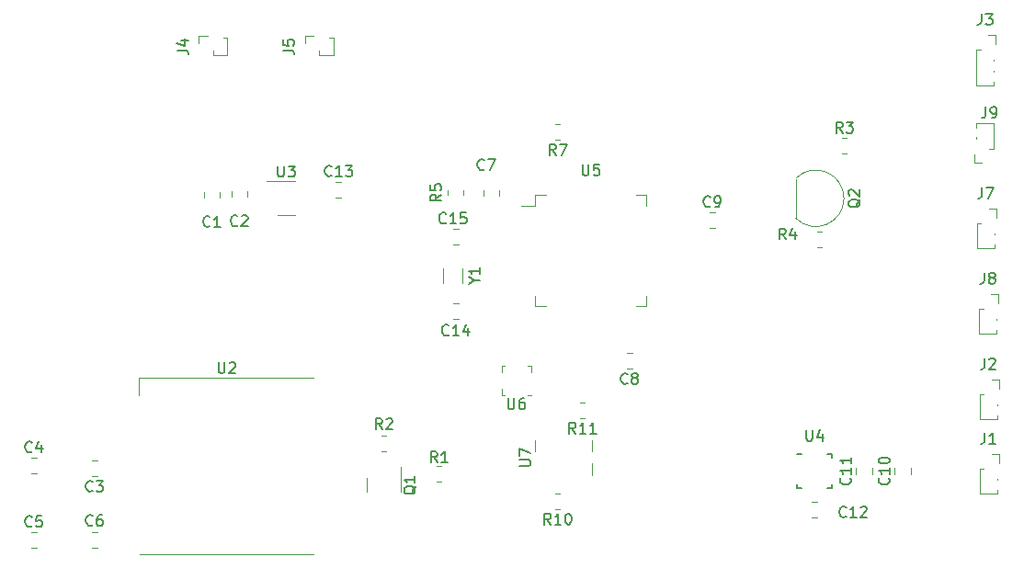
<source format=gbr>
%TF.GenerationSoftware,KiCad,Pcbnew,(6.0.9)*%
%TF.CreationDate,2023-10-13T22:04:35+03:00*%
%TF.ProjectId,ULV,554c562e-6b69-4636-9164-5f7063625858,rev?*%
%TF.SameCoordinates,Original*%
%TF.FileFunction,Legend,Top*%
%TF.FilePolarity,Positive*%
%FSLAX46Y46*%
G04 Gerber Fmt 4.6, Leading zero omitted, Abs format (unit mm)*
G04 Created by KiCad (PCBNEW (6.0.9)) date 2023-10-13 22:04:35*
%MOMM*%
%LPD*%
G01*
G04 APERTURE LIST*
%ADD10C,0.150000*%
%ADD11C,0.120000*%
G04 APERTURE END LIST*
D10*
%TO.C,J5*%
X104009380Y-75009333D02*
X104723666Y-75009333D01*
X104866523Y-75056952D01*
X104961761Y-75152190D01*
X105009380Y-75295047D01*
X105009380Y-75390285D01*
X104009380Y-74056952D02*
X104009380Y-74533142D01*
X104485571Y-74580761D01*
X104437952Y-74533142D01*
X104390333Y-74437904D01*
X104390333Y-74199809D01*
X104437952Y-74104571D01*
X104485571Y-74056952D01*
X104580809Y-74009333D01*
X104818904Y-74009333D01*
X104914142Y-74056952D01*
X104961761Y-74104571D01*
X105009380Y-74199809D01*
X105009380Y-74437904D01*
X104961761Y-74533142D01*
X104914142Y-74580761D01*
%TO.C,C13*%
X108458142Y-86525142D02*
X108410523Y-86572761D01*
X108267666Y-86620380D01*
X108172428Y-86620380D01*
X108029571Y-86572761D01*
X107934333Y-86477523D01*
X107886714Y-86382285D01*
X107839095Y-86191809D01*
X107839095Y-86048952D01*
X107886714Y-85858476D01*
X107934333Y-85763238D01*
X108029571Y-85668000D01*
X108172428Y-85620380D01*
X108267666Y-85620380D01*
X108410523Y-85668000D01*
X108458142Y-85715619D01*
X109410523Y-86620380D02*
X108839095Y-86620380D01*
X109124809Y-86620380D02*
X109124809Y-85620380D01*
X109029571Y-85763238D01*
X108934333Y-85858476D01*
X108839095Y-85906095D01*
X109743857Y-85620380D02*
X110362904Y-85620380D01*
X110029571Y-86001333D01*
X110172428Y-86001333D01*
X110267666Y-86048952D01*
X110315285Y-86096571D01*
X110362904Y-86191809D01*
X110362904Y-86429904D01*
X110315285Y-86525142D01*
X110267666Y-86572761D01*
X110172428Y-86620380D01*
X109886714Y-86620380D01*
X109791476Y-86572761D01*
X109743857Y-86525142D01*
%TO.C,C1*%
X97250333Y-91192142D02*
X97202714Y-91239761D01*
X97059857Y-91287380D01*
X96964619Y-91287380D01*
X96821761Y-91239761D01*
X96726523Y-91144523D01*
X96678904Y-91049285D01*
X96631285Y-90858809D01*
X96631285Y-90715952D01*
X96678904Y-90525476D01*
X96726523Y-90430238D01*
X96821761Y-90335000D01*
X96964619Y-90287380D01*
X97059857Y-90287380D01*
X97202714Y-90335000D01*
X97250333Y-90382619D01*
X98202714Y-91287380D02*
X97631285Y-91287380D01*
X97917000Y-91287380D02*
X97917000Y-90287380D01*
X97821761Y-90430238D01*
X97726523Y-90525476D01*
X97631285Y-90573095D01*
%TO.C,C10*%
X159750142Y-114418857D02*
X159797761Y-114466476D01*
X159845380Y-114609333D01*
X159845380Y-114704571D01*
X159797761Y-114847428D01*
X159702523Y-114942666D01*
X159607285Y-114990285D01*
X159416809Y-115037904D01*
X159273952Y-115037904D01*
X159083476Y-114990285D01*
X158988238Y-114942666D01*
X158893000Y-114847428D01*
X158845380Y-114704571D01*
X158845380Y-114609333D01*
X158893000Y-114466476D01*
X158940619Y-114418857D01*
X159845380Y-113466476D02*
X159845380Y-114037904D01*
X159845380Y-113752190D02*
X158845380Y-113752190D01*
X158988238Y-113847428D01*
X159083476Y-113942666D01*
X159131095Y-114037904D01*
X158845380Y-112847428D02*
X158845380Y-112752190D01*
X158893000Y-112656952D01*
X158940619Y-112609333D01*
X159035857Y-112561714D01*
X159226333Y-112514095D01*
X159464428Y-112514095D01*
X159654904Y-112561714D01*
X159750142Y-112609333D01*
X159797761Y-112656952D01*
X159845380Y-112752190D01*
X159845380Y-112847428D01*
X159797761Y-112942666D01*
X159750142Y-112990285D01*
X159654904Y-113037904D01*
X159464428Y-113085523D01*
X159226333Y-113085523D01*
X159035857Y-113037904D01*
X158940619Y-112990285D01*
X158893000Y-112942666D01*
X158845380Y-112847428D01*
%TO.C,C14*%
X119245142Y-101195142D02*
X119197523Y-101242761D01*
X119054666Y-101290380D01*
X118959428Y-101290380D01*
X118816571Y-101242761D01*
X118721333Y-101147523D01*
X118673714Y-101052285D01*
X118626095Y-100861809D01*
X118626095Y-100718952D01*
X118673714Y-100528476D01*
X118721333Y-100433238D01*
X118816571Y-100338000D01*
X118959428Y-100290380D01*
X119054666Y-100290380D01*
X119197523Y-100338000D01*
X119245142Y-100385619D01*
X120197523Y-101290380D02*
X119626095Y-101290380D01*
X119911809Y-101290380D02*
X119911809Y-100290380D01*
X119816571Y-100433238D01*
X119721333Y-100528476D01*
X119626095Y-100576095D01*
X121054666Y-100623714D02*
X121054666Y-101290380D01*
X120816571Y-100242761D02*
X120578476Y-100957047D01*
X121197523Y-100957047D01*
%TO.C,J8*%
X168576666Y-95516380D02*
X168576666Y-96230666D01*
X168529047Y-96373523D01*
X168433809Y-96468761D01*
X168290952Y-96516380D01*
X168195714Y-96516380D01*
X169195714Y-95944952D02*
X169100476Y-95897333D01*
X169052857Y-95849714D01*
X169005238Y-95754476D01*
X169005238Y-95706857D01*
X169052857Y-95611619D01*
X169100476Y-95564000D01*
X169195714Y-95516380D01*
X169386190Y-95516380D01*
X169481428Y-95564000D01*
X169529047Y-95611619D01*
X169576666Y-95706857D01*
X169576666Y-95754476D01*
X169529047Y-95849714D01*
X169481428Y-95897333D01*
X169386190Y-95944952D01*
X169195714Y-95944952D01*
X169100476Y-95992571D01*
X169052857Y-96040190D01*
X169005238Y-96135428D01*
X169005238Y-96325904D01*
X169052857Y-96421142D01*
X169100476Y-96468761D01*
X169195714Y-96516380D01*
X169386190Y-96516380D01*
X169481428Y-96468761D01*
X169529047Y-96421142D01*
X169576666Y-96325904D01*
X169576666Y-96135428D01*
X169529047Y-96040190D01*
X169481428Y-95992571D01*
X169386190Y-95944952D01*
%TO.C,J3*%
X168322666Y-71648380D02*
X168322666Y-72362666D01*
X168275047Y-72505523D01*
X168179809Y-72600761D01*
X168036952Y-72648380D01*
X167941714Y-72648380D01*
X168703619Y-71648380D02*
X169322666Y-71648380D01*
X168989333Y-72029333D01*
X169132190Y-72029333D01*
X169227428Y-72076952D01*
X169275047Y-72124571D01*
X169322666Y-72219809D01*
X169322666Y-72457904D01*
X169275047Y-72553142D01*
X169227428Y-72600761D01*
X169132190Y-72648380D01*
X168846476Y-72648380D01*
X168751238Y-72600761D01*
X168703619Y-72553142D01*
%TO.C,C11*%
X156194142Y-114418857D02*
X156241761Y-114466476D01*
X156289380Y-114609333D01*
X156289380Y-114704571D01*
X156241761Y-114847428D01*
X156146523Y-114942666D01*
X156051285Y-114990285D01*
X155860809Y-115037904D01*
X155717952Y-115037904D01*
X155527476Y-114990285D01*
X155432238Y-114942666D01*
X155337000Y-114847428D01*
X155289380Y-114704571D01*
X155289380Y-114609333D01*
X155337000Y-114466476D01*
X155384619Y-114418857D01*
X156289380Y-113466476D02*
X156289380Y-114037904D01*
X156289380Y-113752190D02*
X155289380Y-113752190D01*
X155432238Y-113847428D01*
X155527476Y-113942666D01*
X155575095Y-114037904D01*
X156289380Y-112514095D02*
X156289380Y-113085523D01*
X156289380Y-112799809D02*
X155289380Y-112799809D01*
X155432238Y-112895047D01*
X155527476Y-112990285D01*
X155575095Y-113085523D01*
%TO.C,U6*%
X124714095Y-107062380D02*
X124714095Y-107871904D01*
X124761714Y-107967142D01*
X124809333Y-108014761D01*
X124904571Y-108062380D01*
X125095047Y-108062380D01*
X125190285Y-108014761D01*
X125237904Y-107967142D01*
X125285523Y-107871904D01*
X125285523Y-107062380D01*
X126190285Y-107062380D02*
X125999809Y-107062380D01*
X125904571Y-107110000D01*
X125856952Y-107157619D01*
X125761714Y-107300476D01*
X125714095Y-107490952D01*
X125714095Y-107871904D01*
X125761714Y-107967142D01*
X125809333Y-108014761D01*
X125904571Y-108062380D01*
X126095047Y-108062380D01*
X126190285Y-108014761D01*
X126237904Y-107967142D01*
X126285523Y-107871904D01*
X126285523Y-107633809D01*
X126237904Y-107538571D01*
X126190285Y-107490952D01*
X126095047Y-107443333D01*
X125904571Y-107443333D01*
X125809333Y-107490952D01*
X125761714Y-107538571D01*
X125714095Y-107633809D01*
%TO.C,C3*%
X86447333Y-115575142D02*
X86399714Y-115622761D01*
X86256857Y-115670380D01*
X86161619Y-115670380D01*
X86018761Y-115622761D01*
X85923523Y-115527523D01*
X85875904Y-115432285D01*
X85828285Y-115241809D01*
X85828285Y-115098952D01*
X85875904Y-114908476D01*
X85923523Y-114813238D01*
X86018761Y-114718000D01*
X86161619Y-114670380D01*
X86256857Y-114670380D01*
X86399714Y-114718000D01*
X86447333Y-114765619D01*
X86780666Y-114670380D02*
X87399714Y-114670380D01*
X87066380Y-115051333D01*
X87209238Y-115051333D01*
X87304476Y-115098952D01*
X87352095Y-115146571D01*
X87399714Y-115241809D01*
X87399714Y-115479904D01*
X87352095Y-115575142D01*
X87304476Y-115622761D01*
X87209238Y-115670380D01*
X86923523Y-115670380D01*
X86828285Y-115622761D01*
X86780666Y-115575142D01*
%TO.C,U7*%
X125796380Y-113283904D02*
X126605904Y-113283904D01*
X126701142Y-113236285D01*
X126748761Y-113188666D01*
X126796380Y-113093428D01*
X126796380Y-112902952D01*
X126748761Y-112807714D01*
X126701142Y-112760095D01*
X126605904Y-112712476D01*
X125796380Y-112712476D01*
X125796380Y-112331523D02*
X125796380Y-111664857D01*
X126796380Y-112093428D01*
%TO.C,R1*%
X118197333Y-112974380D02*
X117864000Y-112498190D01*
X117625904Y-112974380D02*
X117625904Y-111974380D01*
X118006857Y-111974380D01*
X118102095Y-112022000D01*
X118149714Y-112069619D01*
X118197333Y-112164857D01*
X118197333Y-112307714D01*
X118149714Y-112402952D01*
X118102095Y-112450571D01*
X118006857Y-112498190D01*
X117625904Y-112498190D01*
X119149714Y-112974380D02*
X118578285Y-112974380D01*
X118864000Y-112974380D02*
X118864000Y-111974380D01*
X118768761Y-112117238D01*
X118673523Y-112212476D01*
X118578285Y-112260095D01*
%TO.C,C4*%
X80859333Y-111961142D02*
X80811714Y-112008761D01*
X80668857Y-112056380D01*
X80573619Y-112056380D01*
X80430761Y-112008761D01*
X80335523Y-111913523D01*
X80287904Y-111818285D01*
X80240285Y-111627809D01*
X80240285Y-111484952D01*
X80287904Y-111294476D01*
X80335523Y-111199238D01*
X80430761Y-111104000D01*
X80573619Y-111056380D01*
X80668857Y-111056380D01*
X80811714Y-111104000D01*
X80859333Y-111151619D01*
X81716476Y-111389714D02*
X81716476Y-112056380D01*
X81478380Y-111008761D02*
X81240285Y-111723047D01*
X81859333Y-111723047D01*
%TO.C,C2*%
X99790333Y-91126142D02*
X99742714Y-91173761D01*
X99599857Y-91221380D01*
X99504619Y-91221380D01*
X99361761Y-91173761D01*
X99266523Y-91078523D01*
X99218904Y-90983285D01*
X99171285Y-90792809D01*
X99171285Y-90649952D01*
X99218904Y-90459476D01*
X99266523Y-90364238D01*
X99361761Y-90269000D01*
X99504619Y-90221380D01*
X99599857Y-90221380D01*
X99742714Y-90269000D01*
X99790333Y-90316619D01*
X100171285Y-90316619D02*
X100218904Y-90269000D01*
X100314142Y-90221380D01*
X100552238Y-90221380D01*
X100647476Y-90269000D01*
X100695095Y-90316619D01*
X100742714Y-90411857D01*
X100742714Y-90507095D01*
X100695095Y-90649952D01*
X100123666Y-91221380D01*
X100742714Y-91221380D01*
%TO.C,J2*%
X168612666Y-103390380D02*
X168612666Y-104104666D01*
X168565047Y-104247523D01*
X168469809Y-104342761D01*
X168326952Y-104390380D01*
X168231714Y-104390380D01*
X169041238Y-103485619D02*
X169088857Y-103438000D01*
X169184095Y-103390380D01*
X169422190Y-103390380D01*
X169517428Y-103438000D01*
X169565047Y-103485619D01*
X169612666Y-103580857D01*
X169612666Y-103676095D01*
X169565047Y-103818952D01*
X168993619Y-104390380D01*
X169612666Y-104390380D01*
%TO.C,R2*%
X113117333Y-109926380D02*
X112784000Y-109450190D01*
X112545904Y-109926380D02*
X112545904Y-108926380D01*
X112926857Y-108926380D01*
X113022095Y-108974000D01*
X113069714Y-109021619D01*
X113117333Y-109116857D01*
X113117333Y-109259714D01*
X113069714Y-109354952D01*
X113022095Y-109402571D01*
X112926857Y-109450190D01*
X112545904Y-109450190D01*
X113498285Y-109021619D02*
X113545904Y-108974000D01*
X113641142Y-108926380D01*
X113879238Y-108926380D01*
X113974476Y-108974000D01*
X114022095Y-109021619D01*
X114069714Y-109116857D01*
X114069714Y-109212095D01*
X114022095Y-109354952D01*
X113450666Y-109926380D01*
X114069714Y-109926380D01*
%TO.C,Q2*%
X157163619Y-88741238D02*
X157116000Y-88836476D01*
X157020761Y-88931714D01*
X156877904Y-89074571D01*
X156830285Y-89169809D01*
X156830285Y-89265047D01*
X157068380Y-89217428D02*
X157020761Y-89312666D01*
X156925523Y-89407904D01*
X156735047Y-89455523D01*
X156401714Y-89455523D01*
X156211238Y-89407904D01*
X156116000Y-89312666D01*
X156068380Y-89217428D01*
X156068380Y-89026952D01*
X156116000Y-88931714D01*
X156211238Y-88836476D01*
X156401714Y-88788857D01*
X156735047Y-88788857D01*
X156925523Y-88836476D01*
X157020761Y-88931714D01*
X157068380Y-89026952D01*
X157068380Y-89217428D01*
X156163619Y-88407904D02*
X156116000Y-88360285D01*
X156068380Y-88265047D01*
X156068380Y-88026952D01*
X156116000Y-87931714D01*
X156163619Y-87884095D01*
X156258857Y-87836476D01*
X156354095Y-87836476D01*
X156496952Y-87884095D01*
X157068380Y-88455523D01*
X157068380Y-87836476D01*
%TO.C,C15*%
X118991142Y-90879142D02*
X118943523Y-90926761D01*
X118800666Y-90974380D01*
X118705428Y-90974380D01*
X118562571Y-90926761D01*
X118467333Y-90831523D01*
X118419714Y-90736285D01*
X118372095Y-90545809D01*
X118372095Y-90402952D01*
X118419714Y-90212476D01*
X118467333Y-90117238D01*
X118562571Y-90022000D01*
X118705428Y-89974380D01*
X118800666Y-89974380D01*
X118943523Y-90022000D01*
X118991142Y-90069619D01*
X119943523Y-90974380D02*
X119372095Y-90974380D01*
X119657809Y-90974380D02*
X119657809Y-89974380D01*
X119562571Y-90117238D01*
X119467333Y-90212476D01*
X119372095Y-90260095D01*
X120848285Y-89974380D02*
X120372095Y-89974380D01*
X120324476Y-90450571D01*
X120372095Y-90402952D01*
X120467333Y-90355333D01*
X120705428Y-90355333D01*
X120800666Y-90402952D01*
X120848285Y-90450571D01*
X120895904Y-90545809D01*
X120895904Y-90783904D01*
X120848285Y-90879142D01*
X120800666Y-90926761D01*
X120705428Y-90974380D01*
X120467333Y-90974380D01*
X120372095Y-90926761D01*
X120324476Y-90879142D01*
%TO.C,J4*%
X94238380Y-75009333D02*
X94952666Y-75009333D01*
X95095523Y-75056952D01*
X95190761Y-75152190D01*
X95238380Y-75295047D01*
X95238380Y-75390285D01*
X94571714Y-74104571D02*
X95238380Y-74104571D01*
X94190761Y-74342666D02*
X94905047Y-74580761D01*
X94905047Y-73961714D01*
%TO.C,C12*%
X155858142Y-117943142D02*
X155810523Y-117990761D01*
X155667666Y-118038380D01*
X155572428Y-118038380D01*
X155429571Y-117990761D01*
X155334333Y-117895523D01*
X155286714Y-117800285D01*
X155239095Y-117609809D01*
X155239095Y-117466952D01*
X155286714Y-117276476D01*
X155334333Y-117181238D01*
X155429571Y-117086000D01*
X155572428Y-117038380D01*
X155667666Y-117038380D01*
X155810523Y-117086000D01*
X155858142Y-117133619D01*
X156810523Y-118038380D02*
X156239095Y-118038380D01*
X156524809Y-118038380D02*
X156524809Y-117038380D01*
X156429571Y-117181238D01*
X156334333Y-117276476D01*
X156239095Y-117324095D01*
X157191476Y-117133619D02*
X157239095Y-117086000D01*
X157334333Y-117038380D01*
X157572428Y-117038380D01*
X157667666Y-117086000D01*
X157715285Y-117133619D01*
X157762904Y-117228857D01*
X157762904Y-117324095D01*
X157715285Y-117466952D01*
X157143857Y-118038380D01*
X157762904Y-118038380D01*
%TO.C,R11*%
X130929142Y-110306380D02*
X130595809Y-109830190D01*
X130357714Y-110306380D02*
X130357714Y-109306380D01*
X130738666Y-109306380D01*
X130833904Y-109354000D01*
X130881523Y-109401619D01*
X130929142Y-109496857D01*
X130929142Y-109639714D01*
X130881523Y-109734952D01*
X130833904Y-109782571D01*
X130738666Y-109830190D01*
X130357714Y-109830190D01*
X131881523Y-110306380D02*
X131310095Y-110306380D01*
X131595809Y-110306380D02*
X131595809Y-109306380D01*
X131500571Y-109449238D01*
X131405333Y-109544476D01*
X131310095Y-109592095D01*
X132833904Y-110306380D02*
X132262476Y-110306380D01*
X132548190Y-110306380D02*
X132548190Y-109306380D01*
X132452952Y-109449238D01*
X132357714Y-109544476D01*
X132262476Y-109592095D01*
%TO.C,R4*%
X150299333Y-92421380D02*
X149966000Y-91945190D01*
X149727904Y-92421380D02*
X149727904Y-91421380D01*
X150108857Y-91421380D01*
X150204095Y-91469000D01*
X150251714Y-91516619D01*
X150299333Y-91611857D01*
X150299333Y-91754714D01*
X150251714Y-91849952D01*
X150204095Y-91897571D01*
X150108857Y-91945190D01*
X149727904Y-91945190D01*
X151156476Y-91754714D02*
X151156476Y-92421380D01*
X150918380Y-91373761D02*
X150680285Y-92088047D01*
X151299333Y-92088047D01*
%TO.C,C6*%
X86447333Y-118721142D02*
X86399714Y-118768761D01*
X86256857Y-118816380D01*
X86161619Y-118816380D01*
X86018761Y-118768761D01*
X85923523Y-118673523D01*
X85875904Y-118578285D01*
X85828285Y-118387809D01*
X85828285Y-118244952D01*
X85875904Y-118054476D01*
X85923523Y-117959238D01*
X86018761Y-117864000D01*
X86161619Y-117816380D01*
X86256857Y-117816380D01*
X86399714Y-117864000D01*
X86447333Y-117911619D01*
X87304476Y-117816380D02*
X87114000Y-117816380D01*
X87018761Y-117864000D01*
X86971142Y-117911619D01*
X86875904Y-118054476D01*
X86828285Y-118244952D01*
X86828285Y-118625904D01*
X86875904Y-118721142D01*
X86923523Y-118768761D01*
X87018761Y-118816380D01*
X87209238Y-118816380D01*
X87304476Y-118768761D01*
X87352095Y-118721142D01*
X87399714Y-118625904D01*
X87399714Y-118387809D01*
X87352095Y-118292571D01*
X87304476Y-118244952D01*
X87209238Y-118197333D01*
X87018761Y-118197333D01*
X86923523Y-118244952D01*
X86875904Y-118292571D01*
X86828285Y-118387809D01*
%TO.C,R3*%
X155535333Y-82622380D02*
X155202000Y-82146190D01*
X154963904Y-82622380D02*
X154963904Y-81622380D01*
X155344857Y-81622380D01*
X155440095Y-81670000D01*
X155487714Y-81717619D01*
X155535333Y-81812857D01*
X155535333Y-81955714D01*
X155487714Y-82050952D01*
X155440095Y-82098571D01*
X155344857Y-82146190D01*
X154963904Y-82146190D01*
X155868666Y-81622380D02*
X156487714Y-81622380D01*
X156154380Y-82003333D01*
X156297238Y-82003333D01*
X156392476Y-82050952D01*
X156440095Y-82098571D01*
X156487714Y-82193809D01*
X156487714Y-82431904D01*
X156440095Y-82527142D01*
X156392476Y-82574761D01*
X156297238Y-82622380D01*
X156011523Y-82622380D01*
X155916285Y-82574761D01*
X155868666Y-82527142D01*
%TO.C,R7*%
X129119333Y-84652380D02*
X128786000Y-84176190D01*
X128547904Y-84652380D02*
X128547904Y-83652380D01*
X128928857Y-83652380D01*
X129024095Y-83700000D01*
X129071714Y-83747619D01*
X129119333Y-83842857D01*
X129119333Y-83985714D01*
X129071714Y-84080952D01*
X129024095Y-84128571D01*
X128928857Y-84176190D01*
X128547904Y-84176190D01*
X129452666Y-83652380D02*
X130119333Y-83652380D01*
X129690761Y-84652380D01*
%TO.C,U4*%
X152183095Y-109978380D02*
X152183095Y-110787904D01*
X152230714Y-110883142D01*
X152278333Y-110930761D01*
X152373571Y-110978380D01*
X152564047Y-110978380D01*
X152659285Y-110930761D01*
X152706904Y-110883142D01*
X152754523Y-110787904D01*
X152754523Y-109978380D01*
X153659285Y-110311714D02*
X153659285Y-110978380D01*
X153421190Y-109930761D02*
X153183095Y-110645047D01*
X153802142Y-110645047D01*
%TO.C,C8*%
X135723333Y-105669142D02*
X135675714Y-105716761D01*
X135532857Y-105764380D01*
X135437619Y-105764380D01*
X135294761Y-105716761D01*
X135199523Y-105621523D01*
X135151904Y-105526285D01*
X135104285Y-105335809D01*
X135104285Y-105192952D01*
X135151904Y-105002476D01*
X135199523Y-104907238D01*
X135294761Y-104812000D01*
X135437619Y-104764380D01*
X135532857Y-104764380D01*
X135675714Y-104812000D01*
X135723333Y-104859619D01*
X136294761Y-105192952D02*
X136199523Y-105145333D01*
X136151904Y-105097714D01*
X136104285Y-105002476D01*
X136104285Y-104954857D01*
X136151904Y-104859619D01*
X136199523Y-104812000D01*
X136294761Y-104764380D01*
X136485238Y-104764380D01*
X136580476Y-104812000D01*
X136628095Y-104859619D01*
X136675714Y-104954857D01*
X136675714Y-105002476D01*
X136628095Y-105097714D01*
X136580476Y-105145333D01*
X136485238Y-105192952D01*
X136294761Y-105192952D01*
X136199523Y-105240571D01*
X136151904Y-105288190D01*
X136104285Y-105383428D01*
X136104285Y-105573904D01*
X136151904Y-105669142D01*
X136199523Y-105716761D01*
X136294761Y-105764380D01*
X136485238Y-105764380D01*
X136580476Y-105716761D01*
X136628095Y-105669142D01*
X136675714Y-105573904D01*
X136675714Y-105383428D01*
X136628095Y-105288190D01*
X136580476Y-105240571D01*
X136485238Y-105192952D01*
%TO.C,J7*%
X168358666Y-87642380D02*
X168358666Y-88356666D01*
X168311047Y-88499523D01*
X168215809Y-88594761D01*
X168072952Y-88642380D01*
X167977714Y-88642380D01*
X168739619Y-87642380D02*
X169406285Y-87642380D01*
X168977714Y-88642380D01*
%TO.C,Y1*%
X121610190Y-96234190D02*
X122086380Y-96234190D01*
X121086380Y-96567523D02*
X121610190Y-96234190D01*
X121086380Y-95900857D01*
X122086380Y-95043714D02*
X122086380Y-95615142D01*
X122086380Y-95329428D02*
X121086380Y-95329428D01*
X121229238Y-95424666D01*
X121324476Y-95519904D01*
X121372095Y-95615142D01*
%TO.C,R5*%
X118562380Y-88304666D02*
X118086190Y-88638000D01*
X118562380Y-88876095D02*
X117562380Y-88876095D01*
X117562380Y-88495142D01*
X117610000Y-88399904D01*
X117657619Y-88352285D01*
X117752857Y-88304666D01*
X117895714Y-88304666D01*
X117990952Y-88352285D01*
X118038571Y-88399904D01*
X118086190Y-88495142D01*
X118086190Y-88876095D01*
X117562380Y-87399904D02*
X117562380Y-87876095D01*
X118038571Y-87923714D01*
X117990952Y-87876095D01*
X117943333Y-87780857D01*
X117943333Y-87542761D01*
X117990952Y-87447523D01*
X118038571Y-87399904D01*
X118133809Y-87352285D01*
X118371904Y-87352285D01*
X118467142Y-87399904D01*
X118514761Y-87447523D01*
X118562380Y-87542761D01*
X118562380Y-87780857D01*
X118514761Y-87876095D01*
X118467142Y-87923714D01*
%TO.C,U3*%
X103513095Y-85662380D02*
X103513095Y-86471904D01*
X103560714Y-86567142D01*
X103608333Y-86614761D01*
X103703571Y-86662380D01*
X103894047Y-86662380D01*
X103989285Y-86614761D01*
X104036904Y-86567142D01*
X104084523Y-86471904D01*
X104084523Y-85662380D01*
X104465476Y-85662380D02*
X105084523Y-85662380D01*
X104751190Y-86043333D01*
X104894047Y-86043333D01*
X104989285Y-86090952D01*
X105036904Y-86138571D01*
X105084523Y-86233809D01*
X105084523Y-86471904D01*
X105036904Y-86567142D01*
X104989285Y-86614761D01*
X104894047Y-86662380D01*
X104608333Y-86662380D01*
X104513095Y-86614761D01*
X104465476Y-86567142D01*
%TO.C,C5*%
X80859333Y-118819142D02*
X80811714Y-118866761D01*
X80668857Y-118914380D01*
X80573619Y-118914380D01*
X80430761Y-118866761D01*
X80335523Y-118771523D01*
X80287904Y-118676285D01*
X80240285Y-118485809D01*
X80240285Y-118342952D01*
X80287904Y-118152476D01*
X80335523Y-118057238D01*
X80430761Y-117962000D01*
X80573619Y-117914380D01*
X80668857Y-117914380D01*
X80811714Y-117962000D01*
X80859333Y-118009619D01*
X81764095Y-117914380D02*
X81287904Y-117914380D01*
X81240285Y-118390571D01*
X81287904Y-118342952D01*
X81383142Y-118295333D01*
X81621238Y-118295333D01*
X81716476Y-118342952D01*
X81764095Y-118390571D01*
X81811714Y-118485809D01*
X81811714Y-118723904D01*
X81764095Y-118819142D01*
X81716476Y-118866761D01*
X81621238Y-118914380D01*
X81383142Y-118914380D01*
X81287904Y-118866761D01*
X81240285Y-118819142D01*
%TO.C,C7*%
X122515333Y-85955142D02*
X122467714Y-86002761D01*
X122324857Y-86050380D01*
X122229619Y-86050380D01*
X122086761Y-86002761D01*
X121991523Y-85907523D01*
X121943904Y-85812285D01*
X121896285Y-85621809D01*
X121896285Y-85478952D01*
X121943904Y-85288476D01*
X121991523Y-85193238D01*
X122086761Y-85098000D01*
X122229619Y-85050380D01*
X122324857Y-85050380D01*
X122467714Y-85098000D01*
X122515333Y-85145619D01*
X122848666Y-85050380D02*
X123515333Y-85050380D01*
X123086761Y-86050380D01*
%TO.C,R10*%
X128643142Y-118688380D02*
X128309809Y-118212190D01*
X128071714Y-118688380D02*
X128071714Y-117688380D01*
X128452666Y-117688380D01*
X128547904Y-117736000D01*
X128595523Y-117783619D01*
X128643142Y-117878857D01*
X128643142Y-118021714D01*
X128595523Y-118116952D01*
X128547904Y-118164571D01*
X128452666Y-118212190D01*
X128071714Y-118212190D01*
X129595523Y-118688380D02*
X129024095Y-118688380D01*
X129309809Y-118688380D02*
X129309809Y-117688380D01*
X129214571Y-117831238D01*
X129119333Y-117926476D01*
X129024095Y-117974095D01*
X130214571Y-117688380D02*
X130309809Y-117688380D01*
X130405047Y-117736000D01*
X130452666Y-117783619D01*
X130500285Y-117878857D01*
X130547904Y-118069333D01*
X130547904Y-118307428D01*
X130500285Y-118497904D01*
X130452666Y-118593142D01*
X130405047Y-118640761D01*
X130309809Y-118688380D01*
X130214571Y-118688380D01*
X130119333Y-118640761D01*
X130071714Y-118593142D01*
X130024095Y-118497904D01*
X129976476Y-118307428D01*
X129976476Y-118069333D01*
X130024095Y-117878857D01*
X130071714Y-117783619D01*
X130119333Y-117736000D01*
X130214571Y-117688380D01*
%TO.C,U5*%
X131572095Y-85524380D02*
X131572095Y-86333904D01*
X131619714Y-86429142D01*
X131667333Y-86476761D01*
X131762571Y-86524380D01*
X131953047Y-86524380D01*
X132048285Y-86476761D01*
X132095904Y-86429142D01*
X132143523Y-86333904D01*
X132143523Y-85524380D01*
X133095904Y-85524380D02*
X132619714Y-85524380D01*
X132572095Y-86000571D01*
X132619714Y-85952952D01*
X132714952Y-85905333D01*
X132953047Y-85905333D01*
X133048285Y-85952952D01*
X133095904Y-86000571D01*
X133143523Y-86095809D01*
X133143523Y-86333904D01*
X133095904Y-86429142D01*
X133048285Y-86476761D01*
X132953047Y-86524380D01*
X132714952Y-86524380D01*
X132619714Y-86476761D01*
X132572095Y-86429142D01*
%TO.C,C9*%
X143343333Y-89355142D02*
X143295714Y-89402761D01*
X143152857Y-89450380D01*
X143057619Y-89450380D01*
X142914761Y-89402761D01*
X142819523Y-89307523D01*
X142771904Y-89212285D01*
X142724285Y-89021809D01*
X142724285Y-88878952D01*
X142771904Y-88688476D01*
X142819523Y-88593238D01*
X142914761Y-88498000D01*
X143057619Y-88450380D01*
X143152857Y-88450380D01*
X143295714Y-88498000D01*
X143343333Y-88545619D01*
X143819523Y-89450380D02*
X144010000Y-89450380D01*
X144105238Y-89402761D01*
X144152857Y-89355142D01*
X144248095Y-89212285D01*
X144295714Y-89021809D01*
X144295714Y-88640857D01*
X144248095Y-88545619D01*
X144200476Y-88498000D01*
X144105238Y-88450380D01*
X143914761Y-88450380D01*
X143819523Y-88498000D01*
X143771904Y-88545619D01*
X143724285Y-88640857D01*
X143724285Y-88878952D01*
X143771904Y-88974190D01*
X143819523Y-89021809D01*
X143914761Y-89069428D01*
X144105238Y-89069428D01*
X144200476Y-89021809D01*
X144248095Y-88974190D01*
X144295714Y-88878952D01*
%TO.C,J1*%
X168612666Y-110248380D02*
X168612666Y-110962666D01*
X168565047Y-111105523D01*
X168469809Y-111200761D01*
X168326952Y-111248380D01*
X168231714Y-111248380D01*
X169612666Y-111248380D02*
X169041238Y-111248380D01*
X169326952Y-111248380D02*
X169326952Y-110248380D01*
X169231714Y-110391238D01*
X169136476Y-110486476D01*
X169041238Y-110534095D01*
%TO.C,U2*%
X98044095Y-103736380D02*
X98044095Y-104545904D01*
X98091714Y-104641142D01*
X98139333Y-104688761D01*
X98234571Y-104736380D01*
X98425047Y-104736380D01*
X98520285Y-104688761D01*
X98567904Y-104641142D01*
X98615523Y-104545904D01*
X98615523Y-103736380D01*
X99044095Y-103831619D02*
X99091714Y-103784000D01*
X99186952Y-103736380D01*
X99425047Y-103736380D01*
X99520285Y-103784000D01*
X99567904Y-103831619D01*
X99615523Y-103926857D01*
X99615523Y-104022095D01*
X99567904Y-104164952D01*
X98996476Y-104736380D01*
X99615523Y-104736380D01*
%TO.C,Q1*%
X116231619Y-115157238D02*
X116184000Y-115252476D01*
X116088761Y-115347714D01*
X115945904Y-115490571D01*
X115898285Y-115585809D01*
X115898285Y-115681047D01*
X116136380Y-115633428D02*
X116088761Y-115728666D01*
X115993523Y-115823904D01*
X115803047Y-115871523D01*
X115469714Y-115871523D01*
X115279238Y-115823904D01*
X115184000Y-115728666D01*
X115136380Y-115633428D01*
X115136380Y-115442952D01*
X115184000Y-115347714D01*
X115279238Y-115252476D01*
X115469714Y-115204857D01*
X115803047Y-115204857D01*
X115993523Y-115252476D01*
X116088761Y-115347714D01*
X116136380Y-115442952D01*
X116136380Y-115633428D01*
X116136380Y-114252476D02*
X116136380Y-114823904D01*
X116136380Y-114538190D02*
X115136380Y-114538190D01*
X115279238Y-114633428D01*
X115374476Y-114728666D01*
X115422095Y-114823904D01*
%TO.C,J9*%
X168717666Y-80224380D02*
X168717666Y-80938666D01*
X168670047Y-81081523D01*
X168574809Y-81176761D01*
X168431952Y-81224380D01*
X168336714Y-81224380D01*
X169241476Y-81224380D02*
X169431952Y-81224380D01*
X169527190Y-81176761D01*
X169574809Y-81129142D01*
X169670047Y-80986285D01*
X169717666Y-80795809D01*
X169717666Y-80414857D01*
X169670047Y-80319619D01*
X169622428Y-80272000D01*
X169527190Y-80224380D01*
X169336714Y-80224380D01*
X169241476Y-80272000D01*
X169193857Y-80319619D01*
X169146238Y-80414857D01*
X169146238Y-80652952D01*
X169193857Y-80748190D01*
X169241476Y-80795809D01*
X169336714Y-80843428D01*
X169527190Y-80843428D01*
X169622428Y-80795809D01*
X169670047Y-80748190D01*
X169717666Y-80652952D01*
D11*
%TO.C,J5*%
X105997000Y-73701000D02*
X106807000Y-73701000D01*
X108252898Y-73866000D02*
X108617000Y-73866000D01*
X107307000Y-75486000D02*
X107307000Y-75071000D01*
X108617000Y-75486000D02*
X108617000Y-73866000D01*
X105997000Y-74386000D02*
X105997000Y-73701000D01*
X107307000Y-75486000D02*
X108617000Y-75486000D01*
%TO.C,C13*%
X108839748Y-88583000D02*
X109362252Y-88583000D01*
X108839748Y-87113000D02*
X109362252Y-87113000D01*
%TO.C,C1*%
X96682000Y-88033748D02*
X96682000Y-88556252D01*
X98152000Y-88033748D02*
X98152000Y-88556252D01*
%TO.C,C10*%
X161808000Y-114037252D02*
X161808000Y-113514748D01*
X160338000Y-114037252D02*
X160338000Y-113514748D01*
%TO.C,C14*%
X119626748Y-99795000D02*
X120149252Y-99795000D01*
X119626748Y-98325000D02*
X120149252Y-98325000D01*
%TO.C,J8*%
X168100000Y-98814000D02*
X168515000Y-98814000D01*
X168100000Y-101124000D02*
X169720000Y-101124000D01*
X169885000Y-97504000D02*
X169885000Y-98314000D01*
X168100000Y-98814000D02*
X168100000Y-101124000D01*
X169720000Y-99759898D02*
X169720000Y-99868102D01*
X169720000Y-100759898D02*
X169720000Y-101124000D01*
X169200000Y-97504000D02*
X169885000Y-97504000D01*
%TO.C,J3*%
X169466000Y-76891898D02*
X169466000Y-77000102D01*
X167846000Y-78256000D02*
X169466000Y-78256000D01*
X167846000Y-74946000D02*
X167846000Y-78256000D01*
X169466000Y-75891898D02*
X169466000Y-76000102D01*
X169466000Y-77891898D02*
X169466000Y-78256000D01*
X169631000Y-73636000D02*
X169631000Y-74446000D01*
X168946000Y-73636000D02*
X169631000Y-73636000D01*
X167846000Y-74946000D02*
X168261000Y-74946000D01*
%TO.C,C11*%
X158252000Y-114037252D02*
X158252000Y-113514748D01*
X156782000Y-114037252D02*
X156782000Y-113514748D01*
%TO.C,U6*%
X124116000Y-104050000D02*
X124116000Y-104650000D01*
X126536000Y-106770000D02*
X126836000Y-106770000D01*
X126536000Y-104050000D02*
X126836000Y-104050000D01*
X124116000Y-106770000D02*
X124116000Y-106170000D01*
X124416000Y-106770000D02*
X124116000Y-106770000D01*
X124416000Y-104050000D02*
X124116000Y-104050000D01*
X126836000Y-104050000D02*
X126836000Y-104650000D01*
%TO.C,C3*%
X86875252Y-114273000D02*
X86352748Y-114273000D01*
X86875252Y-112803000D02*
X86352748Y-112803000D01*
%TO.C,U7*%
X132404000Y-113082000D02*
X132404000Y-114132000D01*
X132404000Y-111962000D02*
X132404000Y-110912000D01*
X127184000Y-111962000D02*
X127184000Y-110912000D01*
%TO.C,R1*%
X118591064Y-114781000D02*
X118136936Y-114781000D01*
X118591064Y-113311000D02*
X118136936Y-113311000D01*
%TO.C,C4*%
X80764748Y-114019000D02*
X81287252Y-114019000D01*
X80764748Y-112549000D02*
X81287252Y-112549000D01*
%TO.C,C2*%
X99222000Y-87967748D02*
X99222000Y-88490252D01*
X100692000Y-87967748D02*
X100692000Y-88490252D01*
%TO.C,J2*%
X169236000Y-105378000D02*
X169921000Y-105378000D01*
X168136000Y-106688000D02*
X168551000Y-106688000D01*
X169756000Y-107633898D02*
X169756000Y-107742102D01*
X168136000Y-108998000D02*
X169756000Y-108998000D01*
X169756000Y-108633898D02*
X169756000Y-108998000D01*
X168136000Y-106688000D02*
X168136000Y-108998000D01*
X169921000Y-105378000D02*
X169921000Y-106188000D01*
%TO.C,R2*%
X113511064Y-110517000D02*
X113056936Y-110517000D01*
X113511064Y-111987000D02*
X113056936Y-111987000D01*
%TO.C,Q2*%
X151206000Y-86846000D02*
X151206000Y-90446000D01*
X155656001Y-88646000D02*
G75*
G03*
X151217522Y-86807522I-2600001J0D01*
G01*
X151217522Y-90484478D02*
G75*
G03*
X155656000Y-88646000I1838478J1838478D01*
G01*
%TO.C,C15*%
X119626748Y-91467000D02*
X120149252Y-91467000D01*
X119626748Y-92937000D02*
X120149252Y-92937000D01*
%TO.C,J4*%
X96226000Y-73701000D02*
X97036000Y-73701000D01*
X97536000Y-75486000D02*
X98846000Y-75486000D01*
X98846000Y-75486000D02*
X98846000Y-73866000D01*
X98481898Y-73866000D02*
X98846000Y-73866000D01*
X97536000Y-75486000D02*
X97536000Y-75071000D01*
X96226000Y-74386000D02*
X96226000Y-73701000D01*
%TO.C,C12*%
X152683748Y-118067000D02*
X153206252Y-118067000D01*
X152683748Y-116597000D02*
X153206252Y-116597000D01*
%TO.C,R11*%
X131799064Y-107469000D02*
X131344936Y-107469000D01*
X131799064Y-108939000D02*
X131344936Y-108939000D01*
%TO.C,R4*%
X153643064Y-91721000D02*
X153188936Y-91721000D01*
X153643064Y-93191000D02*
X153188936Y-93191000D01*
%TO.C,C6*%
X86875252Y-119407000D02*
X86352748Y-119407000D01*
X86875252Y-120877000D02*
X86352748Y-120877000D01*
%TO.C,R3*%
X155474936Y-83085000D02*
X155929064Y-83085000D01*
X155474936Y-84555000D02*
X155929064Y-84555000D01*
%TO.C,R7*%
X129513064Y-83285000D02*
X129058936Y-83285000D01*
X129513064Y-81815000D02*
X129058936Y-81815000D01*
D10*
%TO.C,U4*%
X154545000Y-115376000D02*
X154545000Y-114976000D01*
X151345000Y-115376000D02*
X151345000Y-114976000D01*
X154545000Y-112176000D02*
X154145000Y-112176000D01*
X151345000Y-115376000D02*
X151745000Y-115376000D01*
X154545000Y-115376000D02*
X154145000Y-115376000D01*
X151345000Y-112176000D02*
X151745000Y-112176000D01*
X154545000Y-112176000D02*
X154545000Y-112576000D01*
D11*
%TO.C,C8*%
X136151252Y-104367000D02*
X135628748Y-104367000D01*
X136151252Y-102897000D02*
X135628748Y-102897000D01*
%TO.C,J7*%
X167882000Y-93250000D02*
X169502000Y-93250000D01*
X169502000Y-91885898D02*
X169502000Y-91994102D01*
X167882000Y-90940000D02*
X167882000Y-93250000D01*
X167882000Y-90940000D02*
X168297000Y-90940000D01*
X169667000Y-89630000D02*
X169667000Y-90440000D01*
X169502000Y-92885898D02*
X169502000Y-93250000D01*
X168982000Y-89630000D02*
X169667000Y-89630000D01*
%TO.C,Y1*%
X118759000Y-95083000D02*
X118759000Y-96433000D01*
X120509000Y-95083000D02*
X120509000Y-96433000D01*
%TO.C,R5*%
X120623000Y-87910936D02*
X120623000Y-88365064D01*
X119153000Y-87910936D02*
X119153000Y-88365064D01*
%TO.C,U3*%
X104275000Y-90170000D02*
X103475000Y-90170000D01*
X104275000Y-90170000D02*
X105075000Y-90170000D01*
X104275000Y-87050000D02*
X105075000Y-87050000D01*
X104275000Y-87050000D02*
X102475000Y-87050000D01*
%TO.C,C5*%
X80764748Y-120877000D02*
X81287252Y-120877000D01*
X80764748Y-119407000D02*
X81287252Y-119407000D01*
%TO.C,C7*%
X123925000Y-88399252D02*
X123925000Y-87876748D01*
X122455000Y-88399252D02*
X122455000Y-87876748D01*
%TO.C,R10*%
X129513064Y-117321000D02*
X129058936Y-117321000D01*
X129513064Y-115851000D02*
X129058936Y-115851000D01*
%TO.C,U5*%
X128174000Y-98582000D02*
X127224000Y-98582000D01*
X128174000Y-88362000D02*
X127224000Y-88362000D01*
X136494000Y-88362000D02*
X137444000Y-88362000D01*
X136494000Y-98582000D02*
X137444000Y-98582000D01*
X127224000Y-89312000D02*
X125884000Y-89312000D01*
X127224000Y-88362000D02*
X127224000Y-89312000D01*
X137444000Y-98582000D02*
X137444000Y-97632000D01*
X137444000Y-88362000D02*
X137444000Y-89312000D01*
X127224000Y-98582000D02*
X127224000Y-97632000D01*
%TO.C,C9*%
X143248748Y-89943000D02*
X143771252Y-89943000D01*
X143248748Y-91413000D02*
X143771252Y-91413000D01*
%TO.C,J1*%
X168136000Y-115856000D02*
X169756000Y-115856000D01*
X169756000Y-114491898D02*
X169756000Y-114600102D01*
X168136000Y-113546000D02*
X168551000Y-113546000D01*
X168136000Y-113546000D02*
X168136000Y-115856000D01*
X169921000Y-112236000D02*
X169921000Y-113046000D01*
X169236000Y-112236000D02*
X169921000Y-112236000D01*
X169756000Y-115491898D02*
X169756000Y-115856000D01*
%TO.C,U2*%
X90696000Y-105174000D02*
X90696000Y-106784000D01*
X106806000Y-121394000D02*
X90806000Y-121394000D01*
X106806000Y-105174000D02*
X90696000Y-105174000D01*
%TO.C,Q1*%
X114844000Y-115062000D02*
X114844000Y-113387000D01*
X111724000Y-115062000D02*
X111724000Y-115712000D01*
X114844000Y-115062000D02*
X114844000Y-115712000D01*
X111724000Y-115062000D02*
X111724000Y-114412000D01*
%TO.C,J9*%
X167846000Y-82120102D02*
X167846000Y-81756000D01*
X168366000Y-85376000D02*
X167681000Y-85376000D01*
X169466000Y-81756000D02*
X167846000Y-81756000D01*
X169466000Y-84066000D02*
X169466000Y-81756000D01*
X167846000Y-83120102D02*
X167846000Y-83011898D01*
X169466000Y-84066000D02*
X169051000Y-84066000D01*
X167681000Y-85376000D02*
X167681000Y-84566000D01*
%TD*%
M02*

</source>
